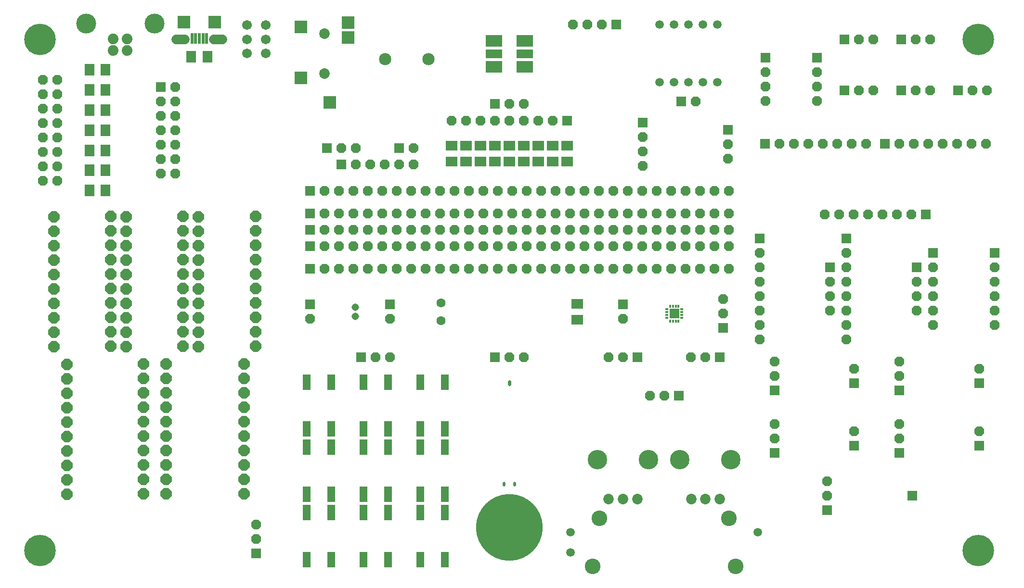
<source format=gbr>
G04 EAGLE Gerber RS-274X export*
G75*
%MOMM*%
%FSLAX34Y34*%
%LPD*%
%INSoldermask Top*%
%IPPOS*%
%AMOC8*
5,1,8,0,0,1.08239X$1,22.5*%
G01*
%ADD10P,2.144431X8X202.500000*%
%ADD11P,2.144431X8X22.500000*%
%ADD12R,0.603200X1.953200*%
%ADD13R,2.203200X2.203200*%
%ADD14C,1.711200*%
%ADD15C,1.711200*%
%ADD16R,1.803200X2.006200*%
%ADD17P,1.869504X8X292.500000*%
%ADD18C,5.537200*%
%ADD19R,1.727200X1.727200*%
%ADD20C,1.879600*%
%ADD21C,3.505200*%
%ADD22P,1.869504X8X22.500000*%
%ADD23P,1.869504X8X112.500000*%
%ADD24P,1.869504X8X202.500000*%
%ADD25R,1.473200X2.743200*%
%ADD26C,1.511200*%
%ADD27C,2.753200*%
%ADD28C,3.419200*%
%ADD29C,1.853200*%
%ADD30C,1.311200*%
%ADD31C,11.759250*%
%ADD32C,0.508000*%
%ADD33C,0.609600*%
%ADD34C,1.603200*%
%ADD35R,2.006200X1.803200*%
%ADD36R,2.311400X2.311400*%
%ADD37C,1.854200*%
%ADD38C,2.153200*%
%ADD39R,0.453200X0.603200*%
%ADD40R,0.603200X0.453200*%
%ADD41R,1.800000X1.800000*%
%ADD42R,3.000000X2.025000*%
%ADD43R,3.000000X1.600000*%


D10*
X74260Y409000D03*
X74260Y434400D03*
X74260Y459800D03*
X74260Y485200D03*
X74260Y510600D03*
X74260Y536000D03*
X74260Y561400D03*
X74260Y586800D03*
X74260Y612200D03*
X74260Y637600D03*
D11*
X174260Y637700D03*
X174260Y612300D03*
X174260Y586900D03*
X174260Y561500D03*
X174260Y536100D03*
X174260Y510700D03*
X174260Y485300D03*
X174260Y459900D03*
X174260Y434500D03*
X174260Y409100D03*
D10*
X201460Y409000D03*
X201460Y434400D03*
X201460Y459800D03*
X201460Y485200D03*
X201460Y510600D03*
X201460Y536000D03*
X201460Y561400D03*
X201460Y586800D03*
X201460Y612200D03*
X201460Y637600D03*
D11*
X301460Y637700D03*
X301460Y612300D03*
X301460Y586900D03*
X301460Y561500D03*
X301460Y536100D03*
X301460Y510700D03*
X301460Y485300D03*
X301460Y459900D03*
X301460Y434500D03*
X301460Y409100D03*
D10*
X328660Y409000D03*
X328660Y434400D03*
X328660Y459800D03*
X328660Y485200D03*
X328660Y510600D03*
X328660Y536000D03*
X328660Y561400D03*
X328660Y586800D03*
X328660Y612200D03*
X328660Y637600D03*
D11*
X428660Y637700D03*
X428660Y612300D03*
X428660Y586900D03*
X428660Y561500D03*
X428660Y536100D03*
X428660Y510700D03*
X428660Y485300D03*
X428660Y459900D03*
X428660Y434500D03*
X428660Y409100D03*
D10*
X271210Y149100D03*
X271210Y174500D03*
X271210Y199900D03*
X271210Y225300D03*
X271210Y250700D03*
X271210Y276100D03*
X271210Y301500D03*
X271210Y326900D03*
X271210Y352300D03*
X271210Y377700D03*
D11*
X408560Y377700D03*
X408560Y352300D03*
X408560Y326900D03*
X408560Y301500D03*
X408560Y276100D03*
X408560Y250700D03*
X408560Y225300D03*
X408560Y199900D03*
X408560Y174500D03*
X408560Y149100D03*
D10*
X96860Y149000D03*
X96860Y174400D03*
X96860Y199800D03*
X96860Y225200D03*
X96860Y250600D03*
X96860Y276000D03*
X96860Y301400D03*
X96860Y326800D03*
X96860Y352200D03*
X96860Y377600D03*
D11*
X231710Y377700D03*
X231710Y352300D03*
X231710Y326900D03*
X231710Y301500D03*
X231710Y276100D03*
X231710Y250700D03*
X231710Y225300D03*
X231710Y199900D03*
X231710Y174500D03*
X231710Y149100D03*
D12*
X317000Y951550D03*
X343000Y951550D03*
X323500Y951550D03*
X330000Y951550D03*
X336500Y951550D03*
D13*
X357250Y979800D03*
X302750Y979800D03*
D14*
X355200Y949500D02*
X370280Y949500D01*
X304800Y949400D02*
X289720Y949400D01*
D15*
X413500Y925000D03*
X413490Y950000D03*
X413500Y975000D03*
X446500Y925000D03*
X446510Y950000D03*
X446500Y975000D03*
D16*
X315780Y919200D03*
X344220Y919200D03*
D17*
X54400Y878600D03*
X54400Y853200D03*
X54400Y827800D03*
X54400Y802400D03*
X54400Y777000D03*
X54400Y751600D03*
X79800Y878600D03*
X79800Y853200D03*
X79800Y827800D03*
X79800Y802400D03*
X79800Y777000D03*
X79800Y751600D03*
X54400Y726200D03*
X54400Y700800D03*
X79800Y726200D03*
X79800Y700800D03*
D16*
X136680Y895900D03*
X165120Y895900D03*
X136680Y860500D03*
X165120Y860500D03*
X136680Y825100D03*
X165120Y825100D03*
X136680Y789700D03*
X165120Y789700D03*
X136680Y754300D03*
X165120Y754300D03*
X136680Y718900D03*
X165120Y718900D03*
X136680Y683500D03*
X165120Y683500D03*
D18*
X1700000Y950000D03*
X1700000Y50000D03*
X50000Y950000D03*
X50000Y50000D03*
D19*
X262000Y865900D03*
D17*
X287400Y865900D03*
X262000Y840500D03*
X287400Y840500D03*
X262000Y815100D03*
X287400Y815100D03*
X262000Y789700D03*
X287400Y789700D03*
X262000Y764300D03*
X287400Y764300D03*
X262000Y738900D03*
X287400Y738900D03*
X262000Y713500D03*
X287400Y713500D03*
D20*
X178300Y930388D03*
X203300Y930388D03*
X203300Y950200D03*
X178300Y950200D03*
D21*
X130602Y977378D03*
X250998Y977378D03*
D19*
X1315400Y599000D03*
D22*
X1315400Y573600D03*
X1315400Y548200D03*
X1315400Y522800D03*
X1315400Y497400D03*
X1315400Y472000D03*
X1315400Y446600D03*
X1315400Y421200D03*
D19*
X1467800Y599000D03*
D22*
X1467800Y573600D03*
X1467800Y548200D03*
X1467800Y522800D03*
X1467800Y497400D03*
X1467800Y472000D03*
X1467800Y446600D03*
X1467800Y421200D03*
D19*
X1324800Y766200D03*
D23*
X1350200Y766200D03*
X1375600Y766200D03*
X1401000Y766200D03*
X1426400Y766200D03*
X1451800Y766200D03*
X1477200Y766200D03*
X1502600Y766200D03*
D19*
X1535700Y766200D03*
D23*
X1561100Y766200D03*
X1586500Y766200D03*
X1611900Y766200D03*
X1637300Y766200D03*
X1662700Y766200D03*
X1688100Y766200D03*
X1713500Y766200D03*
D19*
X1607700Y641700D03*
D17*
X1582300Y641700D03*
X1556900Y641700D03*
X1531500Y641700D03*
X1506100Y641700D03*
X1480700Y641700D03*
X1455300Y641700D03*
X1429900Y641700D03*
D19*
X1439400Y548200D03*
D22*
X1439400Y522800D03*
X1439400Y497400D03*
X1439400Y472000D03*
D19*
X1591800Y548200D03*
D22*
X1591800Y522800D03*
X1591800Y497400D03*
X1591800Y472000D03*
D19*
X1728300Y573600D03*
D22*
X1728300Y548200D03*
X1728300Y522800D03*
X1728300Y497400D03*
X1728300Y472000D03*
X1728300Y446600D03*
D19*
X1341300Y221800D03*
D24*
X1341300Y247200D03*
X1341300Y272600D03*
D19*
X1341300Y331800D03*
D24*
X1341300Y357200D03*
X1341300Y382600D03*
D19*
X1561300Y221800D03*
D24*
X1561300Y247200D03*
X1561300Y272600D03*
D19*
X1561300Y331800D03*
D24*
X1561300Y357200D03*
X1561300Y382600D03*
D19*
X1481300Y234500D03*
D24*
X1481300Y259900D03*
D19*
X1481300Y344500D03*
D24*
X1481300Y369900D03*
D19*
X1701300Y234500D03*
D24*
X1701300Y259900D03*
D19*
X1701300Y344500D03*
D24*
X1701300Y369900D03*
D19*
X1326000Y917800D03*
D22*
X1326000Y892400D03*
X1326000Y867000D03*
X1326000Y841600D03*
D19*
X1416000Y917800D03*
D22*
X1416000Y892400D03*
X1416000Y867000D03*
X1416000Y841600D03*
D19*
X1464600Y860000D03*
D23*
X1490000Y860000D03*
X1515400Y860000D03*
D19*
X1564600Y860000D03*
D23*
X1590000Y860000D03*
X1615400Y860000D03*
D19*
X1664600Y860000D03*
D23*
X1690000Y860000D03*
X1715400Y860000D03*
D19*
X1464600Y950000D03*
D23*
X1490000Y950000D03*
X1515400Y950000D03*
D19*
X1564600Y950000D03*
D23*
X1590000Y950000D03*
X1615400Y950000D03*
D19*
X1433894Y120414D03*
D24*
X1433894Y145814D03*
X1433894Y171214D03*
D19*
X1583894Y145814D03*
X1620200Y573600D03*
D22*
X1620200Y548200D03*
X1620200Y522800D03*
X1620200Y497400D03*
X1620200Y472000D03*
X1620200Y446600D03*
D25*
X518410Y263710D03*
X561590Y263710D03*
X561590Y346290D03*
X518410Y346290D03*
X618410Y263710D03*
X661590Y263710D03*
X661590Y346290D03*
X618410Y346290D03*
X718410Y263710D03*
X761590Y263710D03*
X761590Y346290D03*
X718410Y346290D03*
X518410Y148710D03*
X561590Y148710D03*
X561590Y231290D03*
X518410Y231290D03*
X618410Y148710D03*
X661590Y148710D03*
X661590Y231290D03*
X618410Y231290D03*
X718410Y148710D03*
X761590Y148710D03*
X761590Y231290D03*
X718410Y231290D03*
X518410Y33710D03*
X561590Y33710D03*
X561590Y116290D03*
X518410Y116290D03*
X618410Y33710D03*
X661590Y33710D03*
X661590Y116290D03*
X618410Y116290D03*
X718410Y33710D03*
X761590Y33710D03*
X761590Y116290D03*
X718410Y116290D03*
D19*
X430000Y44600D03*
D24*
X430000Y70000D03*
X430000Y95400D03*
D19*
X614600Y390000D03*
D23*
X640000Y390000D03*
X665400Y390000D03*
D26*
X982500Y81500D03*
X982500Y46500D03*
X1312500Y81500D03*
D27*
X1021500Y22000D03*
X1273500Y22000D03*
X1033500Y106000D03*
X1261500Y106000D03*
D28*
X1030000Y210000D03*
X1120000Y210000D03*
D29*
X1075000Y140000D03*
X1050000Y140000D03*
X1100000Y140000D03*
D28*
X1175000Y210000D03*
X1265000Y210000D03*
D29*
X1220000Y140000D03*
X1195000Y140000D03*
X1245000Y140000D03*
D19*
X1172900Y322500D03*
D17*
X1147500Y322500D03*
X1122100Y322500D03*
D19*
X1100400Y390000D03*
D17*
X1075000Y390000D03*
X1049600Y390000D03*
D19*
X1245400Y390000D03*
D17*
X1220000Y390000D03*
X1194600Y390000D03*
D30*
X604000Y462000D03*
X604000Y478000D03*
D19*
X525000Y482700D03*
D22*
X525000Y457300D03*
D31*
X875000Y90000D03*
D32*
X865502Y164980D02*
X865502Y168028D01*
X884498Y168028D02*
X884498Y164980D01*
D33*
X875000Y342968D02*
X875000Y347032D01*
D19*
X849600Y390000D03*
D23*
X875000Y390000D03*
X900400Y390000D03*
D19*
X665000Y482700D03*
D22*
X665000Y457300D03*
D19*
X1075000Y482700D03*
D22*
X1075000Y457300D03*
D34*
X755000Y486000D03*
X755000Y454000D03*
D35*
X995000Y484220D03*
X995000Y455780D03*
D19*
X524700Y546000D03*
D23*
X550100Y546000D03*
X575500Y546000D03*
X600900Y546000D03*
X626300Y546000D03*
X651700Y546000D03*
X677100Y546000D03*
X702500Y546000D03*
X727900Y546000D03*
X753300Y546000D03*
X778700Y546000D03*
X804100Y546000D03*
X829500Y546000D03*
X854900Y546000D03*
X880300Y546000D03*
X905700Y546000D03*
X931100Y546000D03*
X956500Y546000D03*
X981900Y546000D03*
X1007300Y546000D03*
X1032700Y546000D03*
X1058100Y546000D03*
X1083500Y546000D03*
X1108900Y546000D03*
X1134300Y546000D03*
X1159700Y546000D03*
X1185100Y546000D03*
X1210500Y546000D03*
X1235900Y546000D03*
X1261300Y546000D03*
D19*
X524700Y585400D03*
D23*
X550100Y585400D03*
X575500Y585400D03*
X600900Y585400D03*
X626300Y585400D03*
X651700Y585400D03*
X677100Y585400D03*
X702500Y585400D03*
X727900Y585400D03*
X753300Y585400D03*
X778700Y585400D03*
X804100Y585400D03*
X829500Y585400D03*
X854900Y585400D03*
X880300Y585400D03*
X905700Y585400D03*
X931100Y585400D03*
X956500Y585400D03*
X981900Y585400D03*
X1007300Y585400D03*
X1032700Y585400D03*
X1058100Y585400D03*
X1083500Y585400D03*
X1108900Y585400D03*
X1134300Y585400D03*
X1159700Y585400D03*
X1185100Y585400D03*
X1210500Y585400D03*
X1235900Y585400D03*
X1261300Y585400D03*
D19*
X524700Y614400D03*
D23*
X550100Y614400D03*
X575500Y614400D03*
X600900Y614400D03*
X626300Y614400D03*
X651700Y614400D03*
X677100Y614400D03*
X702500Y614400D03*
X727900Y614400D03*
X753300Y614400D03*
X778700Y614400D03*
X804100Y614400D03*
X829500Y614400D03*
X854900Y614400D03*
X880300Y614400D03*
X905700Y614400D03*
X931100Y614400D03*
X956500Y614400D03*
X981900Y614400D03*
X1007300Y614400D03*
X1032700Y614400D03*
X1058100Y614400D03*
X1083500Y614400D03*
X1108900Y614400D03*
X1134300Y614400D03*
X1159700Y614400D03*
X1185100Y614400D03*
X1210500Y614400D03*
X1235900Y614400D03*
X1261300Y614400D03*
D19*
X524700Y643400D03*
D23*
X550100Y643400D03*
X575500Y643400D03*
X600900Y643400D03*
X626300Y643400D03*
X651700Y643400D03*
X677100Y643400D03*
X702500Y643400D03*
X727900Y643400D03*
X753300Y643400D03*
X778700Y643400D03*
X804100Y643400D03*
X829500Y643400D03*
X854900Y643400D03*
X880300Y643400D03*
X905700Y643400D03*
X931100Y643400D03*
X956500Y643400D03*
X981900Y643400D03*
X1007300Y643400D03*
X1032700Y643400D03*
X1058100Y643400D03*
X1083500Y643400D03*
X1108900Y643400D03*
X1134300Y643400D03*
X1159700Y643400D03*
X1185100Y643400D03*
X1210500Y643400D03*
X1235900Y643400D03*
X1261300Y643400D03*
D19*
X524700Y682800D03*
D23*
X550100Y682800D03*
X575500Y682800D03*
X600900Y682800D03*
X626300Y682800D03*
X651700Y682800D03*
X677100Y682800D03*
X702500Y682800D03*
X727900Y682800D03*
X753300Y682800D03*
X778700Y682800D03*
X804100Y682800D03*
X829500Y682800D03*
X854900Y682800D03*
X880300Y682800D03*
X905700Y682800D03*
X931100Y682800D03*
X956500Y682800D03*
X981900Y682800D03*
X1007300Y682800D03*
X1032700Y682800D03*
X1058100Y682800D03*
X1083500Y682800D03*
X1108900Y682800D03*
X1134300Y682800D03*
X1159700Y682800D03*
X1185100Y682800D03*
X1210500Y682800D03*
X1235900Y682800D03*
X1261300Y682800D03*
D36*
X508570Y971378D03*
X508570Y881462D03*
X591374Y978998D03*
X591374Y952836D03*
X559624Y838282D03*
D37*
X549972Y959948D03*
X549972Y889844D03*
D19*
X554600Y758000D03*
D23*
X580000Y758000D03*
X605400Y758000D03*
D38*
X657000Y915000D03*
X733000Y915000D03*
D19*
X681600Y758000D03*
D23*
X707000Y758000D03*
D26*
X1215400Y975800D03*
X1190000Y975800D03*
X1164600Y975800D03*
X1240800Y975800D03*
X1139200Y975800D03*
X1215400Y874200D03*
X1190000Y874200D03*
X1164600Y874200D03*
X1240800Y874200D03*
X1139200Y874200D03*
D35*
X773200Y734280D03*
X773200Y762720D03*
X798600Y734280D03*
X798600Y762720D03*
X824000Y734280D03*
X824000Y762720D03*
X849400Y734280D03*
X849400Y762720D03*
X874800Y734280D03*
X874800Y762720D03*
X900200Y734280D03*
X900200Y762720D03*
X925600Y734280D03*
X925600Y762720D03*
X951000Y734280D03*
X951000Y762720D03*
X976400Y734280D03*
X976400Y762720D03*
D19*
X976400Y806300D03*
D17*
X951000Y806300D03*
X925600Y806300D03*
X900200Y806300D03*
X874800Y806300D03*
X849400Y806300D03*
X824000Y806300D03*
X798600Y806300D03*
X773200Y806300D03*
D19*
X849600Y836000D03*
D23*
X875000Y836000D03*
X900400Y836000D03*
D19*
X1063100Y976000D03*
D17*
X1037700Y976000D03*
X1012300Y976000D03*
X986900Y976000D03*
D19*
X1177300Y840000D03*
D23*
X1202700Y840000D03*
D19*
X1260000Y790400D03*
D22*
X1260000Y765000D03*
X1260000Y739600D03*
D19*
X1110000Y803100D03*
D22*
X1110000Y777700D03*
X1110000Y752300D03*
X1110000Y726900D03*
D19*
X580000Y729600D03*
D23*
X605400Y729600D03*
X630800Y729600D03*
X656200Y729600D03*
X681600Y729600D03*
X707000Y729600D03*
D39*
X1157725Y453715D03*
X1162725Y453715D03*
X1167725Y453715D03*
X1172725Y453715D03*
D40*
X1178225Y459215D03*
X1178225Y464215D03*
X1178225Y469215D03*
X1178225Y474215D03*
D39*
X1172725Y479715D03*
X1167725Y479715D03*
X1162725Y479715D03*
X1157725Y479715D03*
D40*
X1152225Y474215D03*
X1152225Y469215D03*
X1152225Y464215D03*
X1152225Y459215D03*
D41*
X1165225Y466715D03*
D19*
X1250950Y441325D03*
D24*
X1250950Y466725D03*
X1250950Y492125D03*
D42*
X901900Y901425D03*
D43*
X901900Y924300D03*
D42*
X901900Y947175D03*
X847900Y947175D03*
D43*
X847900Y924300D03*
D42*
X847900Y901425D03*
M02*

</source>
